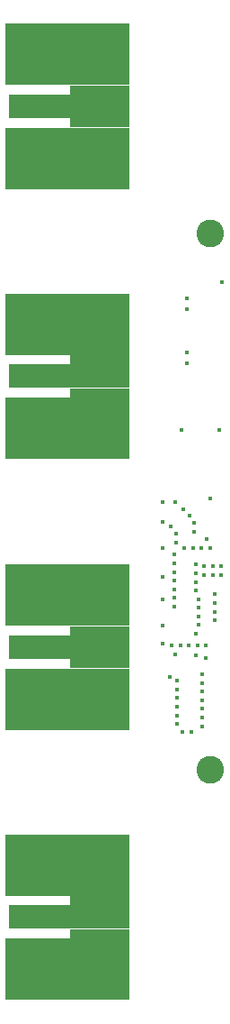
<source format=gbr>
%TF.GenerationSoftware,KiCad,Pcbnew,(6.0.4)*%
%TF.CreationDate,2023-05-22T00:35:00+09:00*%
%TF.ProjectId,Antenna,416e7465-6e6e-4612-9e6b-696361645f70,rev?*%
%TF.SameCoordinates,Original*%
%TF.FileFunction,Copper,L4,Bot*%
%TF.FilePolarity,Positive*%
%FSLAX46Y46*%
G04 Gerber Fmt 4.6, Leading zero omitted, Abs format (unit mm)*
G04 Created by KiCad (PCBNEW (6.0.4)) date 2023-05-22 00:35:00*
%MOMM*%
%LPD*%
G01*
G04 APERTURE LIST*
G04 Aperture macros list*
%AMFreePoly0*
4,1,5,2.875000,-5.850000,-2.875000,-5.850000,-2.875000,5.850000,2.875000,5.850000,2.875000,-5.850000,2.875000,-5.850000,$1*%
G04 Aperture macros list end*
%TA.AperFunction,ComponentPad*%
%ADD10C,2.600000*%
%TD*%
%TA.AperFunction,SMDPad,CuDef*%
%ADD11R,5.700000X0.900000*%
%TD*%
%TA.AperFunction,SMDPad,CuDef*%
%ADD12R,11.360000X2.200000*%
%TD*%
%TA.AperFunction,SMDPad,CuDef*%
%ADD13FreePoly0,90.000000*%
%TD*%
%TA.AperFunction,SMDPad,CuDef*%
%ADD14R,11.700000X5.750000*%
%TD*%
%TA.AperFunction,ViaPad*%
%ADD15C,0.450000*%
%TD*%
G04 APERTURE END LIST*
D10*
%TO.P,H2,1,1*%
%TO.N,GND*%
X134075000Y-65786000D03*
%TD*%
%TO.P,H1,1,1*%
%TO.N,GND*%
X134075000Y-116128800D03*
%TD*%
D11*
%TO.P,AE1,1,A*%
%TO.N,/receiver/RX*%
X123601651Y-77650000D03*
X123601651Y-80750000D03*
D12*
X120771651Y-53850000D03*
D13*
X120601651Y-125125000D03*
D12*
X120771651Y-104650000D03*
D14*
X120601651Y-84075000D03*
X120601651Y-74325000D03*
D12*
X120771651Y-130000000D03*
D13*
X120601651Y-58725000D03*
D12*
X120771651Y-79200000D03*
D11*
X123601651Y-52300000D03*
D14*
X120601651Y-109525000D03*
D11*
X123601651Y-128450000D03*
D14*
X120601651Y-134875000D03*
X120601651Y-48975000D03*
D11*
X123601651Y-106200000D03*
D14*
X120601651Y-99775000D03*
D11*
X123601651Y-131550000D03*
X123601651Y-55400000D03*
X123601651Y-103100000D03*
%TD*%
D15*
%TO.N,GND*%
X134010400Y-90678000D03*
X132689600Y-105410000D03*
X132689600Y-103378000D03*
X129600000Y-100200000D03*
X133680200Y-94488001D03*
X134467600Y-102133400D03*
X131851400Y-78003400D03*
X133476999Y-97053400D03*
X130911600Y-109423200D03*
X130911600Y-108610399D03*
X132918200Y-100939599D03*
X130657600Y-100025201D03*
X130911600Y-107797600D03*
X130403601Y-104521000D03*
X132257800Y-112649000D03*
X134467600Y-101320601D03*
X130657600Y-96774001D03*
X130352800Y-93294200D03*
X133248400Y-110439199D03*
X133248400Y-111251999D03*
X132918200Y-101752400D03*
X130708400Y-91059000D03*
X129600000Y-102650000D03*
X133248400Y-107188000D03*
X134924800Y-84277200D03*
X131597400Y-95300800D03*
X129589347Y-92885112D03*
X132029200Y-104521000D03*
X130657600Y-99212400D03*
X133477000Y-97866200D03*
X130657600Y-95961200D03*
X132064064Y-92313064D03*
X133248400Y-112064800D03*
X130657600Y-98399602D03*
X129600000Y-98025000D03*
X131850000Y-72925000D03*
X134035800Y-95300800D03*
X132918200Y-100126800D03*
X131851400Y-76978400D03*
X133248400Y-109626398D03*
X134289801Y-97866200D03*
X133654800Y-104521000D03*
X132689600Y-98526601D03*
X132842000Y-104521000D03*
X130835400Y-94005400D03*
X132562600Y-92964001D03*
X132410200Y-95300800D03*
X130911600Y-110235998D03*
X129600000Y-104300000D03*
X131325000Y-84250000D03*
X130657600Y-97586801D03*
X134289800Y-97053400D03*
X133248400Y-108000799D03*
X130911600Y-111048799D03*
X130657600Y-100838000D03*
X135102598Y-97053400D03*
X132918200Y-102565198D03*
X129600000Y-95325000D03*
X133222999Y-95300800D03*
X132664200Y-96901000D03*
X129590800Y-91059000D03*
X133248400Y-108813600D03*
X132562600Y-93776800D03*
X130835400Y-94843600D03*
X132689600Y-99339400D03*
X131850000Y-71900000D03*
X135102600Y-97866200D03*
X130911600Y-111861599D03*
X131216401Y-104521000D03*
X132689600Y-97713800D03*
X131489327Y-91738327D03*
X134467600Y-99695002D03*
X131445002Y-112649000D03*
X134467600Y-100507800D03*
%TO.N,/receiver/RX*%
X123300000Y-104650000D03*
X123300000Y-79200000D03*
X123300000Y-130000000D03*
X123300000Y-53850000D03*
%TO.N,/5VA*%
X130200000Y-107416600D03*
X133629400Y-105638600D03*
%TO.N,/~EN1*%
X130759200Y-105333800D03*
X135128000Y-70383400D03*
%TD*%
M02*

</source>
